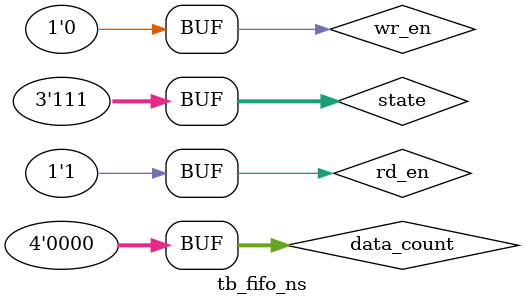
<source format=v>
`timescale 1ns/100ps

module tb_fifo_ns;

	reg wr_en, rd_en;			// regs
	reg [2:0] state;			// 3bits reg
	reg [3:0] data_count;		// 4bits reg
	wire [2:0] next_state;	// 3bits wire
	
	fifo_ns U0(wr_en, rd_en, state, data_count, next_state); // Instance fifo ns
	
	// parameters
	parameter INIT = 3'b000;
	parameter NO_OP = 3'b001;
	parameter WRITE = 3'b011;
	parameter WR_ERROR = 3'b010;
	parameter READ = 3'b110;
	parameter RD_ERROR = 3'b111;
	
	
	initial begin
		#0; {wr_en, rd_en, state, data_count} = {1'b0, 1'b0, INIT, 4'b0000};
		#5; {wr_en, rd_en, state, data_count} = {1'b1, 1'b1, INIT, 4'b0000};
		#5; {wr_en, rd_en, state, data_count} = {1'b1, 1'b0, INIT, 4'b0000};
		#5; {wr_en, rd_en, state, data_count} = {1'b0, 1'b1, INIT, 4'b0000};

		#5; {wr_en, rd_en, state, data_count} = {1'b0, 1'b0, NO_OP, 4'b0110};		
		#5; {wr_en, rd_en, state, data_count} = {1'b1, 1'b1, NO_OP, 4'b0010};
		#5; {wr_en, rd_en, state, data_count} = {1'b1, 1'b0, NO_OP, 4'b0011};
		#5; {wr_en, rd_en, state, data_count} = {1'b0, 1'b1, NO_OP, 4'b0110};		
		
		#5; {wr_en, rd_en, state, data_count} = {1'b0, 1'b0, WRITE, 4'b0110};		
		#5; {wr_en, rd_en, state, data_count} = {1'b1, 1'b1, WRITE, 4'b0010};
		#5; {wr_en, rd_en, state, data_count} = {1'b1, 1'b0, WRITE, 4'b0100};
		#5; {wr_en, rd_en, state, data_count} = {1'b0, 1'b1, WRITE, 4'b0110};
		#5; {wr_en, rd_en, state, data_count} = {1'b1, 1'b0, WRITE, 4'b1000};		
		
		#5; {wr_en, rd_en, state, data_count} = {1'b0, 1'b0, READ, 4'b0110};		
		#5; {wr_en, rd_en, state, data_count} = {1'b1, 1'b1, READ, 4'b0010};
		#5; {wr_en, rd_en, state, data_count} = {1'b1, 1'b0, READ, 4'b0011};
		#5; {wr_en, rd_en, state, data_count} = {1'b0, 1'b1, READ, 4'b0000};
		#5; {wr_en, rd_en, state, data_count} = {1'b0, 1'b1, READ, 4'b0010};	
		
		#5; {wr_en, rd_en, state, data_count} = {1'b0, 1'b0, WR_ERROR, 4'b1000};		
		#5; {wr_en, rd_en, state, data_count} = {1'b1, 1'b1, WR_ERROR, 4'b1000};
		#5; {wr_en, rd_en, state, data_count} = {1'b1, 1'b0, WR_ERROR, 4'b1000};
		#5; {wr_en, rd_en, state, data_count} = {1'b0, 1'b1, WR_ERROR, 4'b1000};			
		
		
		#5; {wr_en, rd_en, state, data_count} = {1'b0, 1'b0, RD_ERROR, 4'b0000};		
		#5; {wr_en, rd_en, state, data_count} = {1'b1, 1'b1, RD_ERROR, 4'b0000};
		#5; {wr_en, rd_en, state, data_count} = {1'b1, 1'b0, RD_ERROR, 4'b0000};
		#5; {wr_en, rd_en, state, data_count} = {1'b0, 1'b1, RD_ERROR, 4'b0000};		
		
		#5;
		
	end
	
endmodule

</source>
